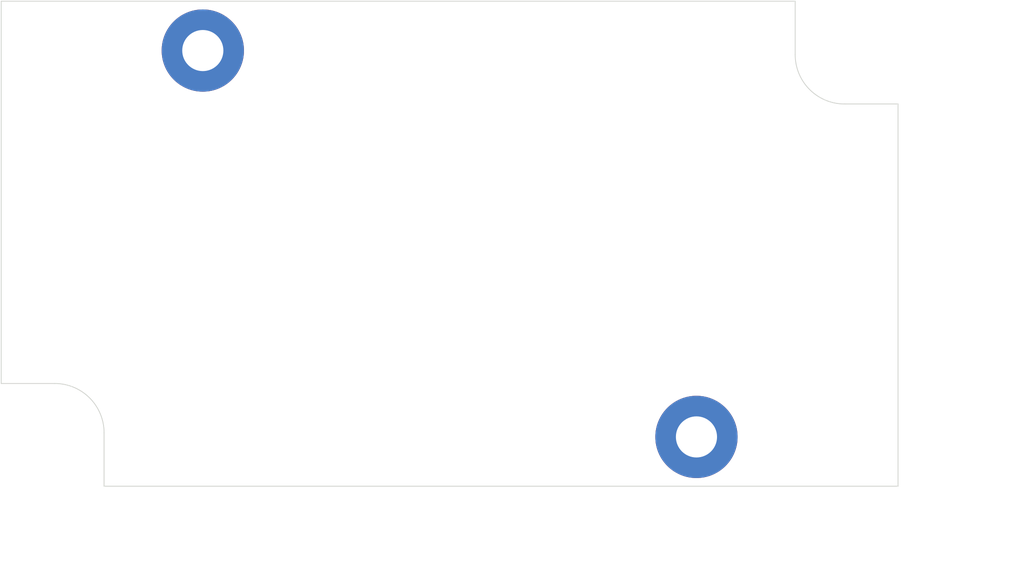
<source format=kicad_pcb>
(kicad_pcb (version 20171130) (host pcbnew "(5.1.4)-1")

  (general
    (thickness 1.6)
    (drawings 12)
    (tracks 0)
    (zones 0)
    (modules 2)
    (nets 1)
  )

  (page A4)
  (layers
    (0 F.Cu signal)
    (31 B.Cu signal)
    (32 B.Adhes user)
    (33 F.Adhes user)
    (34 B.Paste user)
    (35 F.Paste user)
    (36 B.SilkS user)
    (37 F.SilkS user)
    (38 B.Mask user)
    (39 F.Mask user)
    (40 Dwgs.User user)
    (41 Cmts.User user)
    (42 Eco1.User user)
    (43 Eco2.User user)
    (44 Edge.Cuts user)
    (45 Margin user)
    (46 B.CrtYd user)
    (47 F.CrtYd user)
    (48 B.Fab user)
    (49 F.Fab user)
  )

  (setup
    (last_trace_width 0.25)
    (trace_clearance 0.2)
    (zone_clearance 0.508)
    (zone_45_only no)
    (trace_min 0.2)
    (via_size 0.8)
    (via_drill 0.4)
    (via_min_size 0.4)
    (via_min_drill 0.3)
    (uvia_size 0.3)
    (uvia_drill 0.1)
    (uvias_allowed no)
    (uvia_min_size 0.2)
    (uvia_min_drill 0.1)
    (edge_width 0.05)
    (segment_width 0.2)
    (pcb_text_width 0.3)
    (pcb_text_size 1.5 1.5)
    (mod_edge_width 0.12)
    (mod_text_size 1 1)
    (mod_text_width 0.15)
    (pad_size 5 5)
    (pad_drill 2.5)
    (pad_to_mask_clearance 0.051)
    (solder_mask_min_width 0.25)
    (aux_axis_origin 15 44.5)
    (visible_elements 7FFFFFFF)
    (pcbplotparams
      (layerselection 0x010fc_ffffffff)
      (usegerberextensions false)
      (usegerberattributes false)
      (usegerberadvancedattributes false)
      (creategerberjobfile false)
      (excludeedgelayer true)
      (linewidth 0.100000)
      (plotframeref false)
      (viasonmask false)
      (mode 1)
      (useauxorigin false)
      (hpglpennumber 1)
      (hpglpenspeed 20)
      (hpglpendiameter 15.000000)
      (psnegative false)
      (psa4output false)
      (plotreference true)
      (plotvalue true)
      (plotinvisibletext false)
      (padsonsilk false)
      (subtractmaskfromsilk false)
      (outputformat 1)
      (mirror false)
      (drillshape 1)
      (scaleselection 1)
      (outputdirectory ""))
  )

  (net 0 "")

  (net_class Default "This is the default net class."
    (clearance 0.2)
    (trace_width 0.25)
    (via_dia 0.8)
    (via_drill 0.4)
    (uvia_dia 0.3)
    (uvia_drill 0.1)
  )

  (module MountingHole:MountingHole_2.5mm_Pad (layer F.Cu) (tedit 5D74297D) (tstamp 5D72D0B8)
    (at 57.25 41.5)
    (descr "Mounting Hole 2.5mm")
    (tags "mounting hole 2.5mm")
    (attr virtual)
    (fp_text reference ~ (at 0 -3.5) (layer F.SilkS) hide
      (effects (font (size 1 1) (thickness 0.15)))
    )
    (fp_text value ~ (at 0 3.5) (layer F.Fab) hide
      (effects (font (size 1 1) (thickness 0.15)))
    )
    (fp_text user %R (at 0.3 0) (layer F.Fab)
      (effects (font (size 1 1) (thickness 0.15)))
    )
    (fp_circle (center 0 0) (end 2.5 0) (layer Cmts.User) (width 0.15))
    (fp_circle (center 0 0) (end 2.75 0) (layer F.CrtYd) (width 0.05))
    (pad ~ thru_hole circle (at 0 0) (size 5 5) (drill 2.5) (layers *.Cu *.Mask))
  )

  (module MountingHole:MountingHole_2.5mm_Pad (layer F.Cu) (tedit 5D742977) (tstamp 5D72D056)
    (at 27.25 18)
    (descr "Mounting Hole 2.5mm")
    (tags "mounting hole 2.5mm")
    (attr virtual)
    (fp_text reference ~ (at 0 -3.5) (layer F.SilkS) hide
      (effects (font (size 1 1) (thickness 0.15)))
    )
    (fp_text value ~ (at 0 3.5) (layer F.Fab) hide
      (effects (font (size 1 1) (thickness 0.15)))
    )
    (fp_circle (center 0 0) (end 2.75 0) (layer F.CrtYd) (width 0.05))
    (fp_circle (center 0 0) (end 2.5 0) (layer Cmts.User) (width 0.15))
    (fp_text user %R (at 0.3 0) (layer F.Fab)
      (effects (font (size 1 1) (thickness 0.15)))
    )
    (pad ~ thru_hole circle (at 0 0) (size 5 5) (drill 2.5) (layers *.Cu *.Mask))
  )

  (gr_arc (start 66.25 18.25) (end 63.25 18.25) (angle -90) (layer Edge.Cuts) (width 0.05) (tstamp 5D72D964))
  (gr_arc (start 18.25 41.25) (end 21.25 41.25) (angle -90) (layer Edge.Cuts) (width 0.05))
  (dimension 54.5 (width 0.15) (layer Dwgs.User)
    (gr_text "54,500 mm" (at 42.25 50.8) (layer Dwgs.User)
      (effects (font (size 1 1) (thickness 0.15)))
    )
    (feature1 (pts (xy 15 44.5) (xy 15 50.086421)))
    (feature2 (pts (xy 69.5 44.5) (xy 69.5 50.086421)))
    (crossbar (pts (xy 69.5 49.5) (xy 15 49.5)))
    (arrow1a (pts (xy 15 49.5) (xy 16.126504 48.913579)))
    (arrow1b (pts (xy 15 49.5) (xy 16.126504 50.086421)))
    (arrow2a (pts (xy 69.5 49.5) (xy 68.373496 48.913579)))
    (arrow2b (pts (xy 69.5 49.5) (xy 68.373496 50.086421)))
  )
  (dimension 29.5 (width 0.15) (layer Dwgs.User)
    (gr_text "29,500 mm" (at 75.8 29.75 270) (layer Dwgs.User)
      (effects (font (size 1 1) (thickness 0.15)))
    )
    (feature1 (pts (xy 69.5 44.5) (xy 75.086421 44.5)))
    (feature2 (pts (xy 69.5 15) (xy 75.086421 15)))
    (crossbar (pts (xy 74.5 15) (xy 74.5 44.5)))
    (arrow1a (pts (xy 74.5 44.5) (xy 73.913579 43.373496)))
    (arrow1b (pts (xy 74.5 44.5) (xy 75.086421 43.373496)))
    (arrow2a (pts (xy 74.5 15) (xy 73.913579 16.126504)))
    (arrow2b (pts (xy 74.5 15) (xy 75.086421 16.126504)))
  )
  (gr_line (start 63.25 15) (end 63.25 18.25) (layer Edge.Cuts) (width 0.05) (tstamp 5D72D8CC))
  (gr_line (start 66.25 21.25) (end 69.5 21.25) (layer Edge.Cuts) (width 0.05) (tstamp 5D72D8C4))
  (gr_line (start 21.25 41.25) (end 21.25 44.5) (layer Edge.Cuts) (width 0.05))
  (gr_line (start 15 38.25) (end 18.25 38.25) (layer Edge.Cuts) (width 0.05))
  (gr_line (start 15 38.25) (end 15 15) (layer Edge.Cuts) (width 0.05) (tstamp 5D72D865))
  (gr_line (start 69.5 44.5) (end 21.25 44.5) (layer Edge.Cuts) (width 0.05))
  (gr_line (start 69.5 21.25) (end 69.5 44.5) (layer Edge.Cuts) (width 0.05))
  (gr_line (start 15 15) (end 63.25 15) (layer Edge.Cuts) (width 0.05))

)

</source>
